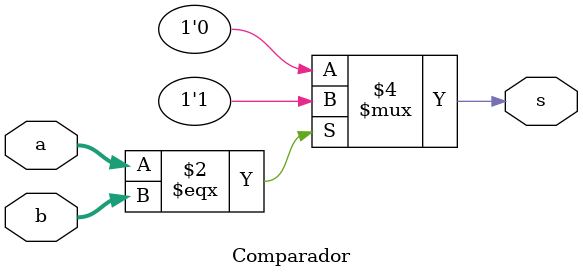
<source format=sv>
module Comparador #(parameter N = 32)(
		input logic [N-1:0] a, b, 
		output logic s
	);

	always_comb
		if(a === b) begin //Si ambos datos son iguales, la salida cambia a 1
			s = 1'b1;
		end
		else begin
			s = 1'b0; //Si ambos datos son distintos, cambia a 0
		end

endmodule // Comparador
</source>
